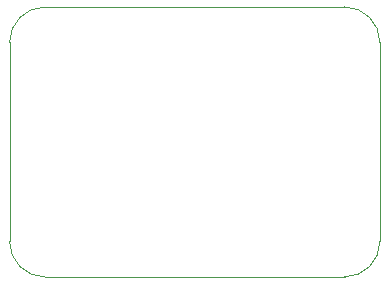
<source format=gm1>
G04 #@! TF.GenerationSoftware,KiCad,Pcbnew,9.0.4-9.0.4-0~ubuntu24.04.1*
G04 #@! TF.CreationDate,2025-08-30T18:29:49-07:00*
G04 #@! TF.ProjectId,2025-pmod-sma,32303235-2d70-46d6-9f64-2d736d612e6b,rev?*
G04 #@! TF.SameCoordinates,Original*
G04 #@! TF.FileFunction,Profile,NP*
%FSLAX46Y46*%
G04 Gerber Fmt 4.6, Leading zero omitted, Abs format (unit mm)*
G04 Created by KiCad (PCBNEW 9.0.4-9.0.4-0~ubuntu24.04.1) date 2025-08-30 18:29:49*
%MOMM*%
%LPD*%
G01*
G04 APERTURE LIST*
G04 #@! TA.AperFunction,Profile*
%ADD10C,0.050000*%
G04 #@! TD*
G04 APERTURE END LIST*
D10*
X139700000Y-113490000D02*
X139700000Y-130350000D01*
X111341320Y-133350000D02*
G75*
G02*
X108341300Y-130350000I-20J3000000D01*
G01*
X108341320Y-130350000D02*
X108341320Y-113490000D01*
X139700000Y-130350000D02*
G75*
G02*
X136700000Y-133350000I-3000000J0D01*
G01*
X136700000Y-133350000D02*
X111341320Y-133350000D01*
X111341320Y-110490000D02*
X136700000Y-110490000D01*
X136700000Y-110490000D02*
G75*
G02*
X139700000Y-113490000I0J-3000000D01*
G01*
X108341320Y-113490000D02*
G75*
G02*
X111341320Y-110490020I2999980J0D01*
G01*
M02*

</source>
